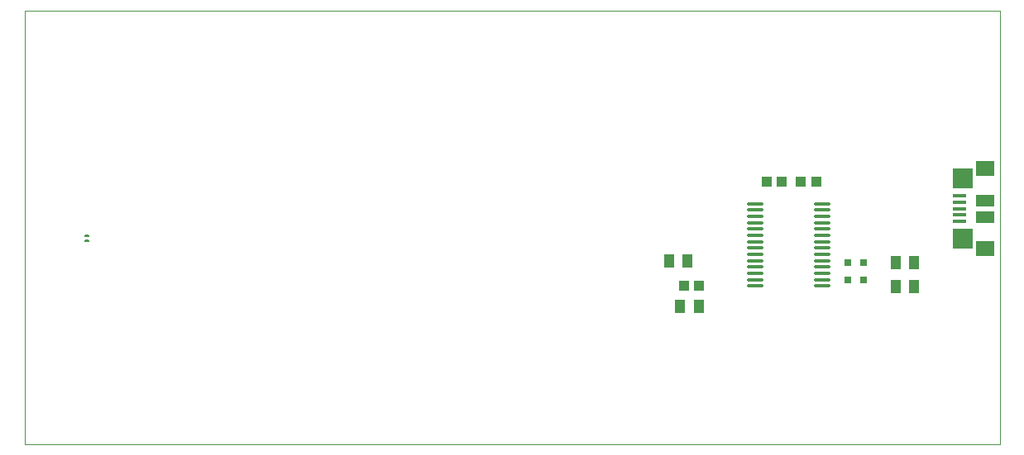
<source format=gbp>
G04*
G04 #@! TF.GenerationSoftware,Altium Limited,Altium Designer,18.1.6 (161)*
G04*
G04 Layer_Color=128*
%FSLAX25Y25*%
%MOIN*%
G70*
G01*
G75*
%ADD17C,0.00100*%
%ADD20R,0.03150X0.03150*%
%ADD21R,0.03937X0.05512*%
%ADD29R,0.04134X0.04134*%
%ADD51R,0.07480X0.04724*%
%ADD52R,0.07480X0.06299*%
%ADD53R,0.07874X0.08268*%
%ADD54R,0.05315X0.01575*%
G04:AMPARAMS|DCode=55|XSize=10mil|YSize=19mil|CornerRadius=2.5mil|HoleSize=0mil|Usage=FLASHONLY|Rotation=270.000|XOffset=0mil|YOffset=0mil|HoleType=Round|Shape=RoundedRectangle|*
%AMROUNDEDRECTD55*
21,1,0.01000,0.01400,0,0,270.0*
21,1,0.00500,0.01900,0,0,270.0*
1,1,0.00500,-0.00700,-0.00250*
1,1,0.00500,-0.00700,0.00250*
1,1,0.00500,0.00700,0.00250*
1,1,0.00500,0.00700,-0.00250*
%
%ADD55ROUNDEDRECTD55*%
%ADD56O,0.07087X0.01378*%
D17*
X0Y0D02*
Y175000D01*
X393000D01*
Y0D02*
Y175000D01*
X0Y0D02*
X393000D01*
D20*
X338000Y66146D02*
D03*
X331701D02*
D03*
Y73174D02*
D03*
X338000D02*
D03*
D21*
X351110D02*
D03*
X358591D02*
D03*
X351110Y63587D02*
D03*
X358591D02*
D03*
X267165Y74000D02*
D03*
X259685D02*
D03*
X271740Y55657D02*
D03*
X264260D02*
D03*
D29*
X265638Y63745D02*
D03*
X271740D02*
D03*
X305157Y106052D02*
D03*
X299055D02*
D03*
X312935D02*
D03*
X319037D02*
D03*
D51*
X387266Y98347D02*
D03*
Y91654D02*
D03*
D52*
Y111142D02*
D03*
Y78858D02*
D03*
D53*
X378014Y107205D02*
D03*
Y82795D02*
D03*
D54*
X376734Y100118D02*
D03*
Y97559D02*
D03*
Y95000D02*
D03*
Y92441D02*
D03*
Y89882D02*
D03*
D55*
X25000Y81750D02*
D03*
Y83750D02*
D03*
D56*
X294614Y63745D02*
D03*
Y66304D02*
D03*
Y68863D02*
D03*
Y71422D02*
D03*
Y73981D02*
D03*
Y76540D02*
D03*
Y79099D02*
D03*
Y81658D02*
D03*
Y84217D02*
D03*
Y86776D02*
D03*
Y89336D02*
D03*
Y91895D02*
D03*
Y94454D02*
D03*
Y97013D02*
D03*
X321386Y63745D02*
D03*
Y66304D02*
D03*
Y68863D02*
D03*
Y71422D02*
D03*
Y73981D02*
D03*
Y76540D02*
D03*
Y79099D02*
D03*
Y81658D02*
D03*
Y84217D02*
D03*
Y86776D02*
D03*
Y89336D02*
D03*
Y91895D02*
D03*
Y94454D02*
D03*
Y97013D02*
D03*
M02*

</source>
